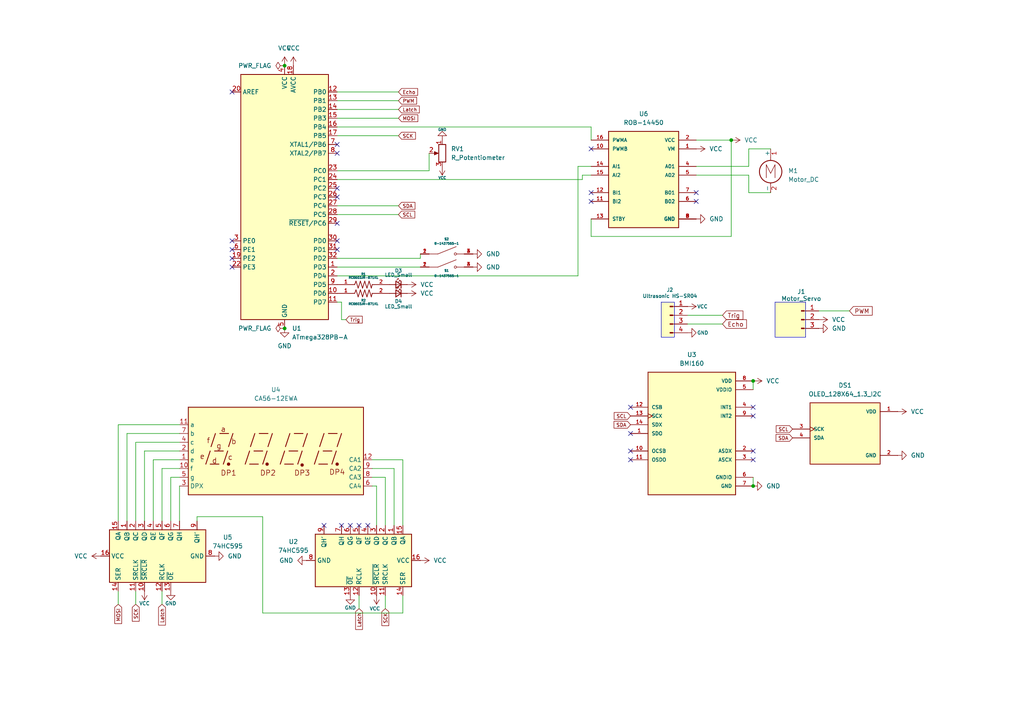
<source format=kicad_sch>
(kicad_sch (version 20250114) (generator "eeschema") (generator_version "9.0")
  (paper "A4")
  (lib_symbols
    (symbol "74xx:74HC595"
      (property "Reference" "U" (at -7.62 13.97 0))
      (property "Value" "74HC595" (at -7.62 -16.51 0))
      (symbol "74HC595_1_0"
        (pin input line (at -10.16 10.16 0) (length 2.54) (name "SER") (number "14"))
        (pin input line (at -10.16 5.08 0) (length 2.54) (name "SRCLK") (number "11"))
        (pin input line (at -10.16 2.54 0) (length 2.54) (name "~{SRCLR}") (number "10"))
        (pin input line (at -10.16 -2.54 0) (length 2.54) (name "RCLK") (number "12"))
        (pin input line (at -10.16 -5.08 0) (length 2.54) (name "~{OE}") (number "13"))
        (pin power_in line (at 0 15.24 270) (length 2.54) (name "VCC") (number "16"))
        (pin power_in line (at 0 -17.78 90) (length 2.54) (name "GND") (number "8"))
        (pin tri_state line (at 10.16 10.16 180) (length 2.54) (name "QA") (number "15"))
        (pin tri_state line (at 10.16 7.62 180) (length 2.54) (name "QB") (number "1"))
        (pin tri_state line (at 10.16 5.08 180) (length 2.54) (name "QC") (number "2"))
        (pin tri_state line (at 10.16 2.54 180) (length 2.54) (name "QD") (number "3"))
        (pin tri_state line (at 10.16 0 180) (length 2.54) (name "QE") (number "4"))
        (pin tri_state line (at 10.16 -2.54 180) (length 2.54) (name "QF") (number "5"))
        (pin tri_state line (at 10.16 -5.08 180) (length 2.54) (name "QG") (number "6"))
        (pin tri_state line (at 10.16 -7.62 180) (length 2.54) (name "QH") (number "7"))
        (pin output line (at 10.16 -12.7 180) (length 2.54) (name "QH'") (number "9"))
      )
      (symbol "74HC595_1_1"
        (rectangle (start -7.62 12.7) (end 7.62 -15.24) (stroke (width 0.254)) (fill (type background)))
      )
    )
    (symbol "8-1437565-1:8-1437565-1" (pin_names (offset 1.016))
      (property "Reference" "S" (at -2.54 2.54 0))
      (property "Value" "8-1437565-1" (at -2.54 -2.54 0))
      (symbol "8-1437565-1_0_0"
        (polyline (pts (xy -2.54 0) (xy -5.08 0)) (stroke (width 0.1524)))
        (polyline (pts (xy -2.54 0) (xy 2.794 2.1336)) (stroke (width 0.1524)))
        (circle (center 2.54 0) (radius 0.3302) (stroke (width 0.1524)))
        (polyline (pts (xy 5.08 0) (xy 2.921 0)) (stroke (width 0.1524)))
        (pin passive line (at -7.62 0 0) (length 2.54) (name "~") (number "1"))
        (pin passive line (at -7.62 0 0) (length 2.54) (name "~") (number "2"))
        (pin passive line (at 7.62 0 180) (length 2.54) (name "~") (number "3"))
        (pin passive line (at 7.62 0 180) (length 2.54) (name "~") (number "4"))
      )
    )
    (symbol "BMI160:BMI160" (pin_names (offset 1.016))
      (property "Reference" "U" (at -12.7 18.415 0))
      (property "Value" "BMI160" (at -12.7 -20.32 0))
      (symbol "BMI160_0_0"
        (rectangle (start -12.7 -17.78) (end 12.7 17.78) (stroke (width 0.254)) (fill (type background)))
        (pin input line (at -17.78 7.62 0) (length 5.08) (name "CSB") (number "12"))
        (pin input clock (at -17.78 5.08 0) (length 5.08) (name "SCX") (number "13"))
        (pin bidirectional line (at -17.78 2.54 0) (length 5.08) (name "SDX") (number "14"))
        (pin bidirectional line (at -17.78 0 0) (length 5.08) (name "SDO") (number "1"))
        (pin input line (at -17.78 -5.08 0) (length 5.08) (name "OCSB") (number "10"))
        (pin output line (at -17.78 -7.62 0) (length 5.08) (name "OSDO") (number "11"))
        (pin power_in line (at 17.78 15.24 180) (length 5.08) (name "VDD") (number "8"))
        (pin power_in line (at 17.78 12.7 180) (length 5.08) (name "VDDIO") (number "5"))
        (pin bidirectional line (at 17.78 7.62 180) (length 5.08) (name "INT1") (number "4"))
        (pin bidirectional line (at 17.78 5.08 180) (length 5.08) (name "INT2") (number "9"))
        (pin bidirectional line (at 17.78 -5.08 180) (length 5.08) (name "ASDX") (number "2"))
        (pin bidirectional line (at 17.78 -7.62 180) (length 5.08) (name "ASCX") (number "3"))
        (pin power_in line (at 17.78 -12.7 180) (length 5.08) (name "GNDIO") (number "6"))
        (pin power_in line (at 17.78 -15.24 180) (length 5.08) (name "GND") (number "7"))
      )
    )
    (symbol "Connector:Conn_01x03_Pin" (pin_names (offset 1.016) (hide yes))
      (property "Reference" "J" (at 0 5.08 0))
      (property "Value" "Conn_01x03_Pin" (at 0 -5.08 0))
      (symbol "Conn_01x03_Pin_1_1"
        (rectangle (start 0.8636 2.667) (end 0 2.413) (stroke (width 0.1524)) (fill (type outline)))
        (rectangle (start 0.8636 0.127) (end 0 -0.127) (stroke (width 0.1524)) (fill (type outline)))
        (rectangle (start 0.8636 -2.413) (end 0 -2.667) (stroke (width 0.1524)) (fill (type outline)))
        (polyline (pts (xy 1.27 2.54) (xy 0.8636 2.54)) (stroke (width 0.1524)))
        (polyline (pts (xy 1.27 0) (xy 0.8636 0)) (stroke (width 0.1524)))
        (polyline (pts (xy 1.27 -2.54) (xy 0.8636 -2.54)) (stroke (width 0.1524)))
        (pin passive line (at 5.08 2.54 180) (length 3.81) (name "Pin_1") (number "1"))
        (pin passive line (at 5.08 0 180) (length 3.81) (name "Pin_2") (number "2"))
        (pin passive line (at 5.08 -2.54 180) (length 3.81) (name "Pin_3") (number "3"))
      )
    )
    (symbol "Connector:Conn_01x04_Pin" (pin_names (offset 1.016) (hide yes))
      (property "Reference" "J" (at 0 5.08 0))
      (property "Value" "Conn_01x04_Pin" (at 0 -7.62 0))
      (symbol "Conn_01x04_Pin_1_1"
        (rectangle (start 0.8636 2.667) (end 0 2.413) (stroke (width 0.1524)) (fill (type outline)))
        (rectangle (start 0.8636 0.127) (end 0 -0.127) (stroke (width 0.1524)) (fill (type outline)))
        (rectangle (start 0.8636 -2.413) (end 0 -2.667) (stroke (width 0.1524)) (fill (type outline)))
        (rectangle (start 0.8636 -4.953) (end 0 -5.207) (stroke (width 0.1524)) (fill (type outline)))
        (polyline (pts (xy 1.27 2.54) (xy 0.8636 2.54)) (stroke (width 0.1524)))
        (polyline (pts (xy 1.27 0) (xy 0.8636 0)) (stroke (width 0.1524)))
        (polyline (pts (xy 1.27 -2.54) (xy 0.8636 -2.54)) (stroke (width 0.1524)))
        (polyline (pts (xy 1.27 -5.08) (xy 0.8636 -5.08)) (stroke (width 0.1524)))
        (pin passive line (at 5.08 2.54 180) (length 3.81) (name "Pin_1") (number "1"))
        (pin passive line (at 5.08 0 180) (length 3.81) (name "Pin_2") (number "2"))
        (pin passive line (at 5.08 -2.54 180) (length 3.81) (name "Pin_3") (number "3"))
        (pin passive line (at 5.08 -5.08 180) (length 3.81) (name "Pin_4") (number "4"))
      )
    )
    (symbol "Device:LED_Small" (pin_numbers (hide yes)) (pin_names (offset 0.254) (hide yes))
      (property "Reference" "D" (at -1.27 3.175 0))
      (property "Value" "LED_Small" (at -4.445 -2.54 0))
      (symbol "LED_Small_0_1"
        (polyline (pts (xy -0.762 -1.016) (xy -0.762 1.016)) (stroke (width 0.254)))
        (polyline (pts (xy 0 0.762) (xy -0.508 1.27) (xy -0.254 1.27) (xy -0.508 1.27) (xy -0.508 1.016)))
        (polyline (pts (xy 0.508 1.27) (xy 0 1.778) (xy 0.254 1.778) (xy 0 1.778) (xy 0 1.524)))
        (polyline (pts (xy 0.762 -1.016) (xy -0.762 0) (xy 0.762 1.016) (xy 0.762 -1.016)) (stroke (width 0.254)))
        (polyline (pts (xy 1.016 0) (xy -0.762 0)))
      )
      (symbol "LED_Small_1_1"
        (pin passive line (at -2.54 0 0) (length 1.778) (name "K") (number "1"))
        (pin passive line (at 2.54 0 180) (length 1.778) (name "A") (number "2"))
      )
    )
    (symbol "Device:R_Potentiometer" (pin_names (offset 1.016) (hide yes))
      (property "Reference" "RV" (at -4.445 0 90))
      (property "Value" "R_Potentiometer" (at -2.54 0 90))
      (symbol "R_Potentiometer_0_1"
        (rectangle (start 1.016 2.54) (end -1.016 -2.54) (stroke (width 0.254)))
        (polyline (pts (xy 1.143 0) (xy 2.286 0.508) (xy 2.286 -0.508) (xy 1.143 0)) (fill (type outline)))
        (polyline (pts (xy 2.54 0) (xy 1.524 0)))
      )
      (symbol "R_Potentiometer_1_1"
        (pin passive line (at 0 3.81 270) (length 1.27) (name "1") (number "1"))
        (pin passive line (at 0 -3.81 90) (length 1.27) (name "3") (number "3"))
        (pin passive line (at 3.81 0 180) (length 1.27) (name "2") (number "2"))
      )
    )
    (symbol "Display_Character:CA56-12EWA"
      (property "Reference" "U" (at -24.13 13.97 0))
      (property "Value" "CA56-12EWA" (at 19.05 13.97 0))
      (symbol "CA56-12EWA_0_0"
        (rectangle (start -25.4 12.7) (end 25.4 -12.7) (stroke (width 0.254)) (fill (type background)))
        (polyline (pts (xy -20.32 -3.81) (xy -19.05 0)) (stroke (width 0.254)))
        (polyline (pts (xy -19.05 -3.81) (xy -16.51 -3.81)) (stroke (width 0.254)))
        (polyline (pts (xy -18.796 1.27) (xy -17.526 5.08)) (stroke (width 0.254)))
        (polyline (pts (xy -17.78 0) (xy -15.24 0)) (stroke (width 0.254)))
        (polyline (pts (xy -16.256 5.08) (xy -13.716 5.08)) (stroke (width 0.254)))
        (polyline (pts (xy -15.24 -3.81) (xy -13.97 0)) (stroke (width 0.254)))
        (polyline (pts (xy -13.716 1.27) (xy -12.446 5.08)) (stroke (width 0.254)))
        (polyline (pts (xy -8.89 -3.81) (xy -7.62 0)) (stroke (width 0.254)))
        (polyline (pts (xy -7.62 -3.81) (xy -5.08 -3.81)) (stroke (width 0.254)))
        (polyline (pts (xy -7.366 1.27) (xy -6.096 5.08)) (stroke (width 0.254)))
        (polyline (pts (xy -6.35 0) (xy -3.81 0)) (stroke (width 0.254)))
        (polyline (pts (xy -4.826 5.08) (xy -2.286 5.08)) (stroke (width 0.254)))
        (polyline (pts (xy -3.81 -3.81) (xy -2.54 0)) (stroke (width 0.254)))
        (polyline (pts (xy -2.286 1.27) (xy -1.016 5.08)) (stroke (width 0.254)))
        (polyline (pts (xy 1.27 -3.81) (xy 2.54 0)) (stroke (width 0.254)))
        (polyline (pts (xy 2.54 -3.81) (xy 5.08 -3.81)) (stroke (width 0.254)))
        (polyline (pts (xy 2.794 1.27) (xy 4.064 5.08)) (stroke (width 0.254)))
        (polyline (pts (xy 3.81 0) (xy 6.35 0)) (stroke (width 0.254)))
        (polyline (pts (xy 5.334 5.08) (xy 7.874 5.08)) (stroke (width 0.254)))
        (polyline (pts (xy 6.35 -3.81) (xy 7.62 0)) (stroke (width 0.254)))
        (polyline (pts (xy 7.874 1.27) (xy 9.144 5.08)) (stroke (width 0.254)))
        (polyline (pts (xy 11.176 -3.81) (xy 12.446 0)) (stroke (width 0.254)))
        (polyline (pts (xy 12.446 -3.81) (xy 14.986 -3.81)) (stroke (width 0.254)))
        (polyline (pts (xy 12.7 1.27) (xy 13.97 5.08)) (stroke (width 0.254)))
        (polyline (pts (xy 13.716 0) (xy 16.256 0)) (stroke (width 0.254)))
        (polyline (pts (xy 15.24 5.08) (xy 17.78 5.08)) (stroke (width 0.254)))
        (polyline (pts (xy 16.256 -3.81) (xy 17.526 0)) (stroke (width 0.254)))
        (polyline (pts (xy 17.78 1.27) (xy 19.05 5.08)) (stroke (width 0.254)))
        (text "e" (at -21.336 -1.524 0) (effects (font (size 1.524 1.524))))
        (text "f" (at -19.558 3.048 0) (effects (font (size 1.524 1.524))))
        (text "d" (at -17.78 -2.794 0) (effects (font (size 1.524 1.524))))
        (text "g" (at -16.51 1.524 0) (effects (font (size 1.524 1.524))))
        (text "a" (at -15.24 6.35 0) (effects (font (size 1.524 1.524))))
        (text "DP1" (at -13.716 -6.35 0) (effects (font (size 1.524 1.524))))
        (text "c" (at -13.208 -1.778 0) (effects (font (size 1.524 1.524))))
        (text "b" (at -12.192 2.794 0) (effects (font (size 1.524 1.524))))
        (text "DP2" (at -2.286 -6.35 0) (effects (font (size 1.524 1.524))))
        (text "DP3" (at 7.62 -6.35 0) (effects (font (size 1.524 1.524))))
        (text "DP4" (at 17.78 -6.096 0) (effects (font (size 1.524 1.524))))
      )
      (symbol "CA56-12EWA_0_1"
        (circle (center -13.716 -3.81) (radius 0.3556) (stroke (width 0.254)) (fill (type outline)))
        (circle (center -2.54 -3.81) (radius 0.3556) (stroke (width 0.254)) (fill (type outline)))
      )
      (symbol "CA56-12EWA_1_0"
        (circle (center 7.62 -4.064) (radius 0.3556) (stroke (width 0.254)) (fill (type outline)))
        (circle (center 17.78 -3.81) (radius 0.3556) (stroke (width 0.254)) (fill (type outline)))
      )
      (symbol "CA56-12EWA_1_1"
        (pin input line (at -27.94 7.62 0) (length 2.54) (name "a") (number "11"))
        (pin input line (at -27.94 5.08 0) (length 2.54) (name "b") (number "7"))
        (pin input line (at -27.94 2.54 0) (length 2.54) (name "c") (number "4"))
        (pin input line (at -27.94 0 0) (length 2.54) (name "d") (number "2"))
        (pin input line (at -27.94 -2.54 0) (length 2.54) (name "e") (number "1"))
        (pin input line (at -27.94 -5.08 0) (length 2.54) (name "f") (number "10"))
        (pin input line (at -27.94 -7.62 0) (length 2.54) (name "g") (number "5"))
        (pin input line (at -27.94 -10.16 0) (length 2.54) (name "DPX") (number "3"))
        (pin input line (at 27.94 -2.54 180) (length 2.54) (name "CA1") (number "12"))
        (pin input line (at 27.94 -5.08 180) (length 2.54) (name "CA2") (number "9"))
        (pin input line (at 27.94 -7.62 180) (length 2.54) (name "CA3") (number "8"))
        (pin input line (at 27.94 -10.16 180) (length 2.54) (name "CA4") (number "6"))
      )
    )
    (symbol "MCU_Microchip_ATmega:ATmega328PB-A"
      (property "Reference" "U" (at -12.7 36.83 0))
      (property "Value" "ATmega328PB-A" (at 2.54 -36.83 0))
      (symbol "ATmega328PB-A_0_1"
        (rectangle (start -12.7 -35.56) (end 12.7 35.56) (stroke (width 0.254)) (fill (type background)))
      )
      (symbol "ATmega328PB-A_1_1"
        (pin passive line (at -15.24 30.48 0) (length 2.54) (name "AREF") (number "20"))
        (pin bidirectional line (at -15.24 -12.7 0) (length 2.54) (name "PE0") (number "3"))
        (pin bidirectional line (at -15.24 -15.24 0) (length 2.54) (name "PE1") (number "6"))
        (pin bidirectional line (at -15.24 -17.78 0) (length 2.54) (name "PE2") (number "19"))
        (pin bidirectional line (at -15.24 -20.32 0) (length 2.54) (name "PE3") (number "22"))
        (pin power_in line (at 0 38.1 270) (length 2.54) (name "VCC") (number "4"))
        (pin passive line (at 0 -38.1 90) (length 2.54) (hide yes) (name "GND") (number "21"))
        (pin power_in line (at 0 -38.1 90) (length 2.54) (name "GND") (number "5"))
        (pin power_in line (at 2.54 38.1 270) (length 2.54) (name "AVCC") (number "18"))
        (pin bidirectional line (at 15.24 30.48 180) (length 2.54) (name "PB0") (number "12"))
        (pin bidirectional line (at 15.24 27.94 180) (length 2.54) (name "PB1") (number "13"))
        (pin bidirectional line (at 15.24 25.4 180) (length 2.54) (name "PB2") (number "14"))
        (pin bidirectional line (at 15.24 22.86 180) (length 2.54) (name "PB3") (number "15"))
        (pin bidirectional line (at 15.24 20.32 180) (length 2.54) (name "PB4") (number "16"))
        (pin bidirectional line (at 15.24 17.78 180) (length 2.54) (name "PB5") (number "17"))
        (pin bidirectional line (at 15.24 15.24 180) (length 2.54) (name "XTAL1/PB6") (number "7"))
        (pin bidirectional line (at 15.24 12.7 180) (length 2.54) (name "XTAL2/PB7") (number "8"))
        (pin bidirectional line (at 15.24 7.62 180) (length 2.54) (name "PC0") (number "23"))
        (pin bidirectional line (at 15.24 5.08 180) (length 2.54) (name "PC1") (number "24"))
        (pin bidirectional line (at 15.24 2.54 180) (length 2.54) (name "PC2") (number "25"))
        (pin bidirectional line (at 15.24 0 180) (length 2.54) (name "PC3") (number "26"))
        (pin bidirectional line (at 15.24 -2.54 180) (length 2.54) (name "PC4") (number "27"))
        (pin bidirectional line (at 15.24 -5.08 180) (length 2.54) (name "PC5") (number "28"))
        (pin bidirectional line (at 15.24 -7.62 180) (length 2.54) (name "~{RESET}/PC6") (number "29"))
        (pin bidirectional line (at 15.24 -12.7 180) (length 2.54) (name "PD0") (number "30"))
        (pin bidirectional line (at 15.24 -15.24 180) (length 2.54) (name "PD1") (number "31"))
        (pin bidirectional line (at 15.24 -17.78 180) (length 2.54) (name "PD2") (number "32"))
        (pin bidirectional line (at 15.24 -20.32 180) (length 2.54) (name "PD3") (number "1"))
        (pin bidirectional line (at 15.24 -22.86 180) (length 2.54) (name "PD4") (number "2"))
        (pin bidirectional line (at 15.24 -25.4 180) (length 2.54) (name "PD5") (number "9"))
        (pin bidirectional line (at 15.24 -27.94 180) (length 2.54) (name "PD6") (number "10"))
        (pin bidirectional line (at 15.24 -30.48 180) (length 2.54) (name "PD7") (number "11"))
      )
    )
    (symbol "Motor:Motor_DC" (pin_names (offset 0))
      (property "Reference" "M" (at 2.54 2.54 0))
      (property "Value" "Motor_DC" (at 2.54 -5.08 0))
      (symbol "Motor_DC_0_0"
        (polyline (pts (xy -1.27 -3.302) (xy -1.27 0.508) (xy 0 -2.032) (xy 1.27 0.508) (xy 1.27 -3.302)))
      )
      (symbol "Motor_DC_0_1"
        (polyline (pts (xy 0 2.032) (xy 0 2.54)))
        (polyline (pts (xy 0 1.7272) (xy 0 2.0828)))
        (circle (center 0 -1.524) (radius 3.2512) (stroke (width 0.254)))
        (polyline (pts (xy 0 -4.7752) (xy 0 -5.1816)))
        (polyline (pts (xy 0 -7.62) (xy 0 -7.112)))
      )
      (symbol "Motor_DC_1_1"
        (pin passive line (at 0 5.08 270) (length 2.54) (name "+") (number "1"))
        (pin passive line (at 0 -7.62 90) (length 2.54) (name "-") (number "2"))
      )
    )
    (symbol "OLED_128X64_1.3_I2C:OLED_128X64_1.3_I2C" (pin_names (offset 1.016))
      (property "Reference" "DS" (at -10.16 10.922 0))
      (property "Value" "OLED_128X64_1.3_I2C" (at -10.16 -10.16 0))
      (symbol "OLED_128X64_1.3_I2C_0_0"
        (rectangle (start -10.16 -7.62) (end 10.16 10.16) (stroke (width 0.254)) (fill (type background)))
        (pin input clock (at -15.24 2.54 0) (length 5.08) (name "SCK") (number "3"))
        (pin bidirectional line (at -15.24 0 0) (length 5.08) (name "SDA") (number "4"))
        (pin power_in line (at 15.24 7.62 180) (length 5.08) (name "VDD") (number "1"))
        (pin power_in line (at 15.24 -5.08 180) (length 5.08) (name "GND") (number "2"))
      )
    )
    (symbol "RC0603JR-071KL:RC0603JR-071KL" (pin_names (offset 1.016))
      (property "Reference" "R" (at -3.81 1.4986 0))
      (property "Value" "RC0603JR-071KL" (at -3.81 -3.302 0))
      (symbol "RC0603JR-071KL_0_0"
        (polyline (pts (xy -2.54 0) (xy -2.159 1.016)) (stroke (width 0.2032)))
        (polyline (pts (xy -2.159 1.016) (xy -1.524 -1.016)) (stroke (width 0.2032)))
        (polyline (pts (xy -1.524 -1.016) (xy -0.889 1.016)) (stroke (width 0.2032)))
        (polyline (pts (xy -0.889 1.016) (xy -0.254 -1.016)) (stroke (width 0.2032)))
        (polyline (pts (xy -0.254 -1.016) (xy 0.381 1.016)) (stroke (width 0.2032)))
        (polyline (pts (xy 0.381 1.016) (xy 1.016 -1.016)) (stroke (width 0.2032)))
        (polyline (pts (xy 1.016 -1.016) (xy 1.651 1.016)) (stroke (width 0.2032)))
        (polyline (pts (xy 1.651 1.016) (xy 2.286 -1.016)) (stroke (width 0.2032)))
        (polyline (pts (xy 2.286 -1.016) (xy 2.54 0)) (stroke (width 0.2032)))
        (pin passive line (at -7.62 0 0) (length 5.08) (name "~") (number "1"))
        (pin passive line (at 7.62 0 180) (length 5.08) (name "~") (number "2"))
      )
    )
    (symbol "ROB-14450:ROB-14450" (pin_names (offset 1.016))
      (property "Reference" "U" (at -10.16 16.002 0))
      (property "Value" "ROB-14450" (at -10.16 -15.24 0))
      (symbol "ROB-14450_0_0"
        (rectangle (start -10.16 -12.7) (end 10.16 15.24) (stroke (width 0.254)) (fill (type background)))
        (pin input line (at -15.24 12.7 0) (length 5.08) (name "PWMA") (number "16"))
        (pin input line (at -15.24 10.16 0) (length 5.08) (name "PWMB") (number "10"))
        (pin input line (at -15.24 5.08 0) (length 5.08) (name "AI1") (number "14"))
        (pin input line (at -15.24 2.54 0) (length 5.08) (name "AI2") (number "15"))
        (pin input line (at -15.24 -2.54 0) (length 5.08) (name "BI1") (number "12"))
        (pin input line (at -15.24 -5.08 0) (length 5.08) (name "BI2") (number "11"))
        (pin input line (at -15.24 -10.16 0) (length 5.08) (name "STBY") (number "13"))
        (pin power_in line (at 15.24 12.7 180) (length 5.08) (name "VCC") (number "2"))
        (pin power_in line (at 15.24 10.16 180) (length 5.08) (name "VM") (number "1"))
        (pin output line (at 15.24 5.08 180) (length 5.08) (name "A01") (number "4"))
        (pin output line (at 15.24 2.54 180) (length 5.08) (name "A02") (number "5"))
        (pin output line (at 15.24 -2.54 180) (length 5.08) (name "B01") (number "7"))
        (pin output line (at 15.24 -5.08 180) (length 5.08) (name "B02") (number "6"))
        (pin power_in line (at 15.24 -10.16 180) (length 5.08) (name "GND") (number "3"))
        (pin power_in line (at 15.24 -10.16 180) (length 5.08) (name "GND") (number "8"))
        (pin power_in line (at 15.24 -10.16 180) (length 5.08) (name "GND") (number "9"))
      )
    )
    (symbol "power:GND" (power) (pin_numbers (hide yes)) (pin_names (offset 0) (hide yes))
      (property "Value" "GND" (at 0 -3.81 0))
      (symbol "GND_0_1"
        (polyline (pts (xy 0 0) (xy 0 -1.27) (xy 1.27 -1.27) (xy 0 -2.54) (xy -1.27 -1.27) (xy 0 -1.27)))
      )
      (symbol "GND_1_1"
        (pin power_in line (at 0 0 270) (length 0) (name "~") (number "1"))
      )
    )
    (symbol "power:PWR_FLAG" (power) (pin_numbers (hide yes)) (pin_names (offset 0) (hide yes))
      (property "Value" "PWR_FLAG" (at 0 3.81 0))
      (symbol "PWR_FLAG_0_0"
        (pin power_out line (at 0 0 90) (length 0) (name "~") (number "1"))
      )
      (symbol "PWR_FLAG_0_1"
        (polyline (pts (xy 0 0) (xy 0 1.27) (xy -1.016 1.905) (xy 0 2.54) (xy 1.016 1.905) (xy 0 1.27)))
      )
    )
    (symbol "power:VCC" (power) (pin_numbers (hide yes)) (pin_names (offset 0) (hide yes))
      (property "Value" "VCC" (at 0 3.556 0))
      (symbol "VCC_0_1"
        (polyline (pts (xy -0.762 1.27) (xy 0 2.54)))
        (polyline (pts (xy 0 2.54) (xy 0.762 1.27)))
        (polyline (pts (xy 0 0) (xy 0 2.54)))
      )
      (symbol "VCC_1_1"
        (pin power_in line (at 0 0 90) (length 0) (name "~") (number "1"))
      )
    )
  )
  (rectangle (start 191.77 87.63) (end 195.58 97.79) (fill (type color) (color 255 255 194 1)))
  (rectangle (start 233.68 87.63) (end 224.79 97.79) (fill (type color) (color 255 255 194 1)))
  (junction (at 218.44 110.49))
  (junction (at 82.55 19.05))
  (junction (at 218.44 140.97))
  (junction (at 212.09 40.64))
  (junction (at 82.55 95.25))
  (no_connect (at 97.79 44.45))
  (no_connect (at 97.79 72.39))
  (no_connect (at 67.31 77.47))
  (no_connect (at 97.79 54.61))
  (no_connect (at 171.45 58.42))
  (no_connect (at 182.88 125.73))
  (no_connect (at 218.44 133.35))
  (no_connect (at 218.44 118.11))
  (no_connect (at 67.31 26.67))
  (no_connect (at 97.79 69.85))
  (no_connect (at 93.98 152.4))
  (no_connect (at 104.14 152.4))
  (no_connect (at 99.06 152.4))
  (no_connect (at 101.6 152.4))
  (no_connect (at 201.93 58.42))
  (no_connect (at 218.44 120.65))
  (no_connect (at 182.88 118.11))
  (no_connect (at 182.88 133.35))
  (no_connect (at 67.31 74.93))
  (no_connect (at 201.93 55.88))
  (no_connect (at 106.68 152.4))
  (no_connect (at 218.44 130.81))
  (no_connect (at 97.79 41.91))
  (no_connect (at 67.31 69.85))
  (no_connect (at 171.45 43.18))
  (no_connect (at 97.79 57.15))
  (no_connect (at 171.45 55.88))
  (no_connect (at 182.88 130.81))
  (no_connect (at 97.79 64.77))
  (no_connect (at 67.31 72.39))
  (wire (pts (xy 171.45 63.5) (xy 171.45 68.58)))
  (wire (pts (xy 115.57 29.21) (xy 97.79 29.21)))
  (wire (pts (xy 168.91 52.07) (xy 168.91 50.8)))
  (wire (pts (xy 39.37 128.27) (xy 39.37 151.13)))
  (wire (pts (xy 217.17 50.8) (xy 201.93 50.8)))
  (wire (pts (xy 97.79 26.67) (xy 115.57 26.67)))
  (wire (pts (xy 97.79 39.37) (xy 115.57 39.37)))
  (wire (pts (xy 97.79 52.07) (xy 168.91 52.07)))
  (wire (pts (xy 111.76 172.72) (xy 111.76 176.53)))
  (wire (pts (xy 52.07 135.89) (xy 46.99 135.89)))
  (wire (pts (xy 199.39 91.44) (xy 209.55 91.44)))
  (wire (pts (xy 34.29 171.45) (xy 34.29 175.26)))
  (wire (pts (xy 121.92 74.93) (xy 97.79 74.93)))
  (wire (pts (xy 218.44 113.03) (xy 218.44 110.49)))
  (wire (pts (xy 76.2 149.86) (xy 76.2 177.8)))
  (wire (pts (xy 52.07 123.19) (xy 34.29 123.19)))
  (wire (pts (xy 107.95 138.43) (xy 111.76 138.43)))
  (wire (pts (xy 52.07 128.27) (xy 39.37 128.27)))
  (wire (pts (xy 168.91 50.8) (xy 171.45 50.8)))
  (wire (pts (xy 57.15 151.13) (xy 57.15 149.86)))
  (wire (pts (xy 97.79 80.01) (xy 167.64 80.01)))
  (wire (pts (xy 121.92 73.66) (xy 121.92 74.93)))
  (wire (pts (xy 46.99 171.45) (xy 46.99 175.26)))
  (wire (pts (xy 104.14 172.72) (xy 104.14 176.53)))
  (wire (pts (xy 171.45 36.83) (xy 171.45 40.64)))
  (wire (pts (xy 52.07 130.81) (xy 41.91 130.81)))
  (wire (pts (xy 109.22 140.97) (xy 109.22 152.4)))
  (wire (pts (xy 217.17 55.88) (xy 217.17 50.8)))
  (wire (pts (xy 34.29 123.19) (xy 34.29 151.13)))
  (wire (pts (xy 44.45 133.35) (xy 44.45 151.13)))
  (wire (pts (xy 52.07 138.43) (xy 49.53 138.43)))
  (wire (pts (xy 97.79 36.83) (xy 171.45 36.83)))
  (wire (pts (xy 171.45 68.58) (xy 212.09 68.58)))
  (wire (pts (xy 52.07 140.97) (xy 52.07 151.13)))
  (wire (pts (xy 99.06 87.63) (xy 97.79 87.63)))
  (wire (pts (xy 201.93 40.64) (xy 212.09 40.64)))
  (wire (pts (xy 41.91 130.81) (xy 41.91 151.13)))
  (wire (pts (xy 39.37 171.45) (xy 39.37 175.26)))
  (wire (pts (xy 36.83 125.73) (xy 36.83 151.13)))
  (wire (pts (xy 107.95 140.97) (xy 109.22 140.97)))
  (wire (pts (xy 217.17 43.18) (xy 217.17 48.26)))
  (wire (pts (xy 116.84 133.35) (xy 116.84 152.4)))
  (wire (pts (xy 49.53 138.43) (xy 49.53 151.13)))
  (wire (pts (xy 167.64 80.01) (xy 167.64 48.26)))
  (wire (pts (xy 97.79 49.53) (xy 124.46 49.53)))
  (wire (pts (xy 114.3 135.89) (xy 114.3 152.4)))
  (wire (pts (xy 97.79 34.29) (xy 115.57 34.29)))
  (wire (pts (xy 223.52 43.18) (xy 217.17 43.18)))
  (wire (pts (xy 199.39 93.98) (xy 209.55 93.98)))
  (wire (pts (xy 107.95 135.89) (xy 114.3 135.89)))
  (wire (pts (xy 46.99 135.89) (xy 46.99 151.13)))
  (wire (pts (xy 57.15 149.86) (xy 76.2 149.86)))
  (wire (pts (xy 97.79 62.23) (xy 115.57 62.23)))
  (wire (pts (xy 217.17 48.26) (xy 201.93 48.26)))
  (wire (pts (xy 99.06 92.71) (xy 99.06 87.63)))
  (wire (pts (xy 107.95 133.35) (xy 116.84 133.35)))
  (wire (pts (xy 167.64 48.26) (xy 171.45 48.26)))
  (wire (pts (xy 97.79 59.69) (xy 115.57 59.69)))
  (wire (pts (xy 246.38 90.17) (xy 237.49 90.17)))
  (wire (pts (xy 218.44 140.97) (xy 218.44 138.43)))
  (wire (pts (xy 52.07 133.35) (xy 44.45 133.35)))
  (wire (pts (xy 76.2 177.8) (xy 116.84 177.8)))
  (wire (pts (xy 52.07 125.73) (xy 36.83 125.73)))
  (wire (pts (xy 223.52 55.88) (xy 217.17 55.88)))
  (wire (pts (xy 212.09 40.64) (xy 212.09 68.58)))
  (wire (pts (xy 97.79 31.75) (xy 115.57 31.75)))
  (wire (pts (xy 97.79 77.47) (xy 121.92 77.47)))
  (wire (pts (xy 124.46 49.53) (xy 124.46 44.45)))
  (wire (pts (xy 111.76 138.43) (xy 111.76 152.4)))
  (wire (pts (xy 100.33 92.71) (xy 99.06 92.71)))
  (wire (pts (xy 116.84 177.8) (xy 116.84 172.72)))
  (global_label "SCL" (shape input) (at 229.87 124.46 180) (effects (font (size 1.016 1.016))) (property "Intersheetrefs" "${INTERSHEET_REFS}" (effects (hide yes))))
  (global_label "MOSI" (shape input) (at 34.29 175.26 270) (effects (font (size 1.016 1.016))) (property "Intersheetrefs" "${INTERSHEET_REFS}" (effects (hide yes))))
  (global_label "MOSI" (shape input) (at 115.57 34.29 0) (effects (font (size 1.016 1.016))) (property "Intersheetrefs" "${INTERSHEET_REFS}" (effects (hide yes))))
  (global_label "Latch" (shape input) (at 115.57 31.75 0) (effects (font (size 1.016 1.016))) (property "Intersheetrefs" "${INTERSHEET_REFS}" (effects (hide yes))))
  (global_label "Latch" (shape input) (at 46.99 175.26 270) (effects (font (size 1.016 1.016))) (property "Intersheetrefs" "${INTERSHEET_REFS}" (effects (hide yes))))
  (global_label "SDA" (shape input) (at 182.88 123.19 180) (effects (font (size 1.016 1.016))) (property "Intersheetrefs" "${INTERSHEET_REFS}" (effects (hide yes))))
  (global_label "SCK" (shape input) (at 39.37 175.26 270) (effects (font (size 1.016 1.016))) (property "Intersheetrefs" "${INTERSHEET_REFS}" (effects (hide yes))))
  (global_label "PWM" (shape input) (at 246.38 90.17 0) (property "Intersheetrefs" "${INTERSHEET_REFS}" (effects (hide yes))))
  (global_label "Echo" (shape input) (at 115.57 26.67 0) (effects (font (size 1.016 1.016))) (property "Intersheetrefs" "${INTERSHEET_REFS}" (effects (hide yes))))
  (global_label "SCL" (shape input) (at 182.88 120.65 180) (effects (font (size 1.016 1.016))) (property "Intersheetrefs" "${INTERSHEET_REFS}" (effects (hide yes))))
  (global_label "SDA" (shape input) (at 115.57 59.69 0) (effects (font (size 1.016 1.016))) (property "Intersheetrefs" "${INTERSHEET_REFS}" (effects (hide yes))))
  (global_label "Latch" (shape input) (at 104.14 176.53 270) (effects (font (size 1.016 1.016))) (property "Intersheetrefs" "${INTERSHEET_REFS}" (effects (hide yes))))
  (global_label "Trig" (shape input) (at 100.33 92.71 0) (effects (font (size 1.016 1.016))) (property "Intersheetrefs" "${INTERSHEET_REFS}" (effects (hide yes))))
  (global_label "SCK" (shape input) (at 111.76 176.53 270) (effects (font (size 1.016 1.016))) (property "Intersheetrefs" "${INTERSHEET_REFS}" (effects (hide yes))))
  (global_label "SCK" (shape input) (at 115.57 39.37 0) (effects (font (size 1.016 1.016))) (property "Intersheetrefs" "${INTERSHEET_REFS}" (effects (hide yes))))
  (global_label "SDA" (shape input) (at 229.87 127 180) (effects (font (size 1.016 1.016))) (property "Intersheetrefs" "${INTERSHEET_REFS}" (effects (hide yes))))
  (global_label "SCL" (shape input) (at 115.57 62.23 0) (effects (font (size 1.016 1.016))) (property "Intersheetrefs" "${INTERSHEET_REFS}" (effects (hide yes))))
  (global_label "Echo" (shape input) (at 209.55 93.98 0) (property "Intersheetrefs" "${INTERSHEET_REFS}" (effects (hide yes))))
  (global_label "PWM" (shape input) (at 115.57 29.21 0) (effects (font (size 1.016 1.016))) (property "Intersheetrefs" "${INTERSHEET_REFS}" (effects (hide yes))))
  (global_label "Trig" (shape input) (at 209.55 91.44 0) (property "Intersheetrefs" "${INTERSHEET_REFS}" (effects (hide yes))))
  (symbol (lib_id "power:VCC") (at 41.91 171.45 0) (mirror x) (unit 1)
    (property "Reference" "#PWR05" (effects (hide yes)))
    (property "Value" "VCC" (at 41.91 175.006 0) (effects (font (size 1.016 1.016))))
    (property "Description" "Power symbol creates a global label with name \"VCC\"" (effects (hide yes)))
  )
  (symbol (lib_id "MCU_Microchip_ATmega:ATmega328PB-A") (at 82.55 57.15 0) (unit 1)
    (property "Reference" "U1" (at 84.6933 95.25 0) (effects (justify left)))
    (property "Value" "ATmega328PB-A" (at 84.6933 97.79 0) (effects (justify left)))
    (property "Footprint" "Package_QFP:TQFP-32_7x7mm_P0.8mm" (effects (hide yes)))
    (property "Datasheet" "http://ww1.microchip.com/downloads/en/DeviceDoc/40001906C.pdf" (effects (hide yes)))
    (property "Description" "20MHz, 32kB Flash, 2kB SRAM, 1kB EEPROM, TQFP-32" (effects (hide yes)))
  )
  (symbol (lib_id "power:VCC") (at 260.35 119.38 270) (unit 1)
    (property "Reference" "#PWR020" (effects (hide yes)))
    (property "Value" "VCC" (at 264.16 119.3799 90) (effects (justify left)))
    (property "Description" "Power symbol creates a global label with name \"VCC\"" (effects (hide yes)))
  )
  (symbol (lib_id "OLED_128X64_1.3_I2C:OLED_128X64_1.3_I2C") (at 245.11 127 0) (unit 1)
    (property "Reference" "DS1" (at 245.11 111.76 0))
    (property "Value" "OLED_128X64_1.3_I2C" (at 245.11 114.3 0))
    (property "Footprint" "OLED_128X64_1.3_I2C:LCD_OLED_128X64_1.3_I2C" (effects (hide yes)))
    (property "MF" "UNIVERSAL-SOLDER Electronics Ltd" (effects (hide yes)))
    (property "Description_1" "Non-Touch Graphic LCD Display Module Transmissive White OLED, Monochrome I2C 1.3 (33.02mm) 128 x 64" (effects (hide yes)))
    (property "Package" "None" (effects (hide yes)))
    (property "Price" "None" (effects (hide yes)))
    (property "Check_prices" "https://www.snapeda.com/parts/OLED%20128x64%201.3%22%20I2C/UNIVERSAL-SOLDER+Electronics+Ltd/view-part/?ref=eda" (effects (hide yes)))
    (property "STANDARD" "Manufacturer Recommendations" (effects (hide yes)))
    (property "PARTREV" "NA" (effects (hide yes)))
    (property "SnapEDA_Link" "https://www.snapeda.com/parts/OLED%20128x64%201.3%22%20I2C/UNIVERSAL-SOLDER+Electronics+Ltd/view-part/?ref=snap" (effects (hide yes)))
    (property "MP" "OLED 128x64 1.3&quot; I2C" (effects (hide yes)))
    (property "Availability" "Not in stock" (effects (hide yes)))
    (property "MANUFACTURER" "UNIVERSAL-SOLDER Electronics Ltd" (effects (hide yes)))
  )
  (symbol (lib_id "BMI160:BMI160") (at 200.66 125.73 0) (unit 1)
    (property "Reference" "U3" (at 200.66 102.87 0))
    (property "Value" "BMI160" (at 200.66 105.41 0))
    (property "Footprint" "BMI160:PQFN50P250X300X88-14N" (effects (hide yes)))
    (property "MF" "Bosch" (effects (hide yes)))
    (property "MAXIMUM_PACKAGE_HEIGHT" "0.88 mm" (effects (hide yes)))
    (property "Package" "LGA-14 Bosch" (effects (hide yes)))
    (property "Price" "None" (effects (hide yes)))
    (property "Check_prices" "https://www.snapeda.com/parts/BMI160/Bosch/view-part/?ref=eda" (effects (hide yes)))
    (property "STANDARD" "IPC 7351B" (effects (hide yes)))
    (property "PARTREV" "1.0" (effects (hide yes)))
    (property "SnapEDA_Link" "https://www.snapeda.com/parts/BMI160/Bosch/view-part/?ref=snap" (effects (hide yes)))
    (property "MP" "BMI160" (effects (hide yes)))
    (property "Description_1" "BMI160 series Accelerometer, Gyroscope, 6 Axis Sensor Evaluation Board" (effects (hide yes)))
    (property "Availability" "In Stock" (effects (hide yes)))
    (property "MANUFACTURER" "Bosch" (effects (hide yes)))
  )
  (symbol (lib_id "power:VCC") (at 199.39 88.9 270) (unit 1)
    (property "Reference" "#PWR09" (effects (hide yes)))
    (property "Value" "VCC" (at 202.184 88.9 90) (effects (font (size 1.016 1.016)) (justify left)))
    (property "Description" "Power symbol creates a global label with name \"VCC\"" (effects (hide yes)))
  )
  (symbol (lib_id "power:VCC") (at 29.21 161.29 90) (unit 1)
    (property "Reference" "#PWR04" (effects (hide yes)))
    (property "Value" "VCC" (at 25.4 161.2899 90) (effects (justify left)))
    (property "Description" "Power symbol creates a global label with name \"VCC\"" (effects (hide yes)))
  )
  (symbol (lib_id "8-1437565-1:8-1437565-1") (at 129.54 73.66 0) (unit 1)
    (property "Reference" "S2" (at 129.54 69.342 0) (effects (font (size 0.635 0.635))))
    (property "Value" "8-1437565-1" (at 129.54 70.612 0) (effects (font (size 0.635 0.635))))
    (property "Footprint" "8-1437565-1:SW_8-1437565-1" (effects (hide yes)))
    (property "Comment" "8-1437565-1" (effects (hide yes)))
    (property "MF" "TE Connectivity" (effects (hide yes)))
    (property "MAXIMUM_PACKAGE_HEIGHT" "1.50mm" (effects (hide yes)))
    (property "Package" "None" (effects (hide yes)))
    (property "Price" "None" (effects (hide yes)))
    (property "Check_prices" "https://www.snapeda.com/parts/8-1437565-1/TE+Connectivity+ALCOSWITCH+Switches/view-part/?ref=eda" (effects (hide yes)))
    (property "STANDARD" "Manufacturer Recommendations" (effects (hide yes)))
    (property "PARTREV" "H3" (effects (hide yes)))
    (property "SnapEDA_Link" "https://www.snapeda.com/parts/8-1437565-1/TE+Connectivity+ALCOSWITCH+Switches/view-part/?ref=snap" (effects (hide yes)))
    (property "MP" "8-1437565-1" (effects (hide yes)))
    (property "Description_1" "Switch Tactile OFF (ON) SPST Round Button Gull Wing 0.05A 24VDC 1.57N SMD T/R" (effects (hide yes)))
    (property "Availability" "In Stock" (effects (hide yes)))
    (property "MANUFACTURER" "TE" (effects (hide yes)))
  )
  (symbol (lib_id "power:VCC") (at 109.22 172.72 0) (mirror x) (unit 1)
    (property "Reference" "#PWR06" (effects (hide yes)))
    (property "Value" "VCC" (at 108.712 176.53 0) (effects (font (size 1.016 1.016))))
    (property "Description" "Power symbol creates a global label with name \"VCC\"" (effects (hide yes)))
  )
  (symbol (lib_id "power:PWR_FLAG") (at 82.55 95.25 90) (unit 1)
    (property "Reference" "#FLG01" (effects (hide yes)))
    (property "Value" "PWR_FLAG" (at 78.74 95.2499 90) (effects (justify left)))
    (property "Description" "Special symbol for telling ERC where power comes from" (effects (hide yes)))
  )
  (symbol (lib_id "power:GND") (at 62.23 161.29 90) (unit 1)
    (property "Reference" "#PWR01" (effects (hide yes)))
    (property "Value" "GND" (at 66.04 161.2899 90) (effects (justify right)))
    (property "Description" "Power symbol creates a global label with name \"GND\" , ground" (effects (hide yes)))
  )
  (symbol (lib_id "power:VCC") (at 118.11 82.55 270) (unit 1)
    (property "Reference" "#PWR026" (effects (hide yes)))
    (property "Value" "VCC" (at 121.92 82.5499 90) (effects (justify left)))
    (property "Description" "Power symbol creates a global label with name \"VCC\"" (effects (hide yes)))
  )
  (symbol (lib_id "power:GND") (at 260.35 132.08 90) (unit 1)
    (property "Reference" "#PWR021" (effects (hide yes)))
    (property "Value" "GND" (at 264.16 132.0799 90) (effects (justify right)))
    (property "Description" "Power symbol creates a global label with name \"GND\" , ground" (effects (hide yes)))
  )
  (symbol (lib_id "power:GND") (at 201.93 63.5 90) (unit 1)
    (property "Reference" "#PWR011" (effects (hide yes)))
    (property "Value" "GND" (at 205.74 63.4999 90) (effects (justify right)))
    (property "Description" "Power symbol creates a global label with name \"GND\" , ground" (effects (hide yes)))
  )
  (symbol (lib_id "8-1437565-1:8-1437565-1") (at 129.54 77.47 0) (unit 1)
    (property "Reference" "S1" (at 129.54 78.486 0) (effects (font (size 0.635 0.635))))
    (property "Value" "8-1437565-1" (at 129.54 80.01 0) (effects (font (size 0.635 0.635))))
    (property "Footprint" "8-1437565-1:SW_8-1437565-1" (effects (hide yes)))
    (property "Comment" "8-1437565-1" (effects (hide yes)))
    (property "MF" "TE Connectivity" (effects (hide yes)))
    (property "MAXIMUM_PACKAGE_HEIGHT" "1.50mm" (effects (hide yes)))
    (property "Package" "None" (effects (hide yes)))
    (property "Price" "None" (effects (hide yes)))
    (property "Check_prices" "https://www.snapeda.com/parts/8-1437565-1/TE+Connectivity+ALCOSWITCH+Switches/view-part/?ref=eda" (effects (hide yes)))
    (property "STANDARD" "Manufacturer Recommendations" (effects (hide yes)))
    (property "PARTREV" "H3" (effects (hide yes)))
    (property "SnapEDA_Link" "https://www.snapeda.com/parts/8-1437565-1/TE+Connectivity+ALCOSWITCH+Switches/view-part/?ref=snap" (effects (hide yes)))
    (property "MP" "8-1437565-1" (effects (hide yes)))
    (property "Description_1" "Switch Tactile OFF (ON) SPST Round Button Gull Wing 0.05A 24VDC 1.57N SMD T/R" (effects (hide yes)))
    (property "Availability" "In Stock" (effects (hide yes)))
    (property "MANUFACTURER" "TE" (effects (hide yes)))
  )
  (symbol (lib_id "power:GND") (at 137.16 77.47 90) (unit 1)
    (property "Reference" "#PWR025" (effects (hide yes)))
    (property "Value" "GND" (at 140.97 77.4699 90) (effects (justify right)))
    (property "Description" "Power symbol creates a global label with name \"GND\" , ground" (effects (hide yes)))
  )
  (symbol (lib_id "power:VCC") (at 82.55 19.05 0) (unit 1)
    (property "Reference" "#PWR016" (effects (hide yes)))
    (property "Value" "VCC" (at 82.55 13.97 0))
    (property "Description" "Power symbol creates a global label with name \"VCC\"" (effects (hide yes)))
  )
  (symbol (lib_id "power:GND") (at 49.53 171.45 0) (unit 1)
    (property "Reference" "#PWR07" (effects (hide yes)))
    (property "Value" "GND" (at 49.53 175.006 0) (effects (font (size 1.016 1.016))))
    (property "Description" "Power symbol creates a global label with name \"GND\" , ground" (effects (hide yes)))
  )
  (symbol (lib_id "power:VCC") (at 85.09 19.05 0) (unit 1)
    (property "Reference" "#PWR029" (effects (hide yes)))
    (property "Value" "VCC" (at 85.09 13.97 0))
    (property "Description" "Power symbol creates a global label with name \"VCC\"" (effects (hide yes)))
  )
  (symbol (lib_id "Device:LED_Small") (at 115.57 85.09 0) (mirror y) (unit 1)
    (property "Reference" "D4" (at 115.57 87.376 0) (effects (font (size 1.016 1.016))))
    (property "Value" "LED_Small" (at 115.57 88.9 0) (effects (font (size 1.016 1.016))))
    (property "Footprint" "Diode_SMD:D_SOD-123" (effects (hide yes)))
    (property "Description" "Light emitting diode, small symbol" (effects (hide yes)))
    (property "Sim.Pin" "1=K 2=A" (effects (hide yes)))
  )
  (symbol (lib_id "power:GND") (at 218.44 140.97 90) (unit 1)
    (property "Reference" "#PWR018" (effects (hide yes)))
    (property "Value" "GND" (at 222.25 140.9699 90) (effects (justify right)))
    (property "Description" "Power symbol creates a global label with name \"GND\" , ground" (effects (hide yes)))
  )
  (symbol (lib_id "Device:LED_Small") (at 115.57 82.55 0) (mirror y) (unit 1)
    (property "Reference" "D3" (at 115.57 78.486 0) (effects (font (size 1.016 1.016))))
    (property "Value" "LED_Small" (at 115.57 79.756 0) (effects (font (size 1.016 1.016))))
    (property "Footprint" "Diode_SMD:D_SOD-123" (effects (hide yes)))
    (property "Description" "Light emitting diode, small symbol" (effects (hide yes)))
    (property "Sim.Pin" "1=K 2=A" (effects (hide yes)))
  )
  (symbol (lib_id "power:GND") (at 101.6 172.72 0) (unit 1)
    (property "Reference" "#PWR08" (effects (hide yes)))
    (property "Value" "GND" (at 101.6 176.276 0) (effects (font (size 1.016 1.016))))
    (property "Description" "Power symbol creates a global label with name \"GND\" , ground" (effects (hide yes)))
  )
  (symbol (lib_id "power:PWR_FLAG") (at 82.55 19.05 90) (unit 1)
    (property "Reference" "#FLG02" (effects (hide yes)))
    (property "Value" "PWR_FLAG" (at 78.74 19.0499 90) (effects (justify left)))
    (property "Description" "Special symbol for telling ERC where power comes from" (effects (hide yes)))
  )
  (symbol (lib_id "ROB-14450:ROB-14450") (at 186.69 53.34 0) (unit 1)
    (property "Reference" "U6" (at 186.69 33.02 0))
    (property "Value" "ROB-14450" (at 186.69 35.56 0))
    (property "Footprint" "ROB-14450:MODULE_ROB-14450" (effects (hide yes)))
    (property "MF" "SparkFun Electronics" (effects (hide yes)))
    (property "Description_1" "TB6612FNG - Motor Controller/Driver Power Management Evaluation Board" (effects (hide yes)))
    (property "Package" "None" (effects (hide yes)))
    (property "Price" "None" (effects (hide yes)))
    (property "Check_prices" "https://www.snapeda.com/parts/ROB-14450/SparkFun/view-part/?ref=eda" (effects (hide yes)))
    (property "STANDARD" "Manufacturer Recommendation" (effects (hide yes)))
    (property "PARTREV" "11-13-17" (effects (hide yes)))
    (property "SnapEDA_Link" "https://www.snapeda.com/parts/ROB-14450/SparkFun/view-part/?ref=snap" (effects (hide yes)))
    (property "MP" "ROB-14450" (effects (hide yes)))
    (property "Availability" "In Stock" (effects (hide yes)))
    (property "MANUFACTURER" "Sparkfun Electronics" (effects (hide yes)))
  )
  (symbol (lib_id "RC0603JR-071KL:RC0603JR-071KL") (at 105.41 85.09 0) (unit 1)
    (property "Reference" "R2" (at 105.41 87.122 0) (effects (font (size 0.635 0.635))))
    (property "Value" "RC0603JR-071KL" (at 105.41 88.138 0) (effects (font (size 0.635 0.635))))
    (property "Footprint" "RC0603JR-071KL:RESC1607X60N" (effects (hide yes)))
    (property "MF" "Yageo" (effects (hide yes)))
    (property "Description_1" "1 kOhms ±5% 0.1W, 1/10W Chip Resistor 0603 (1608 Metric) Moisture Resistant Thick Film" (effects (hide yes)))
    (property "Package" "0603 Yageo" (effects (hide yes)))
    (property "Price" "None" (effects (hide yes)))
    (property "SnapEDA_Link" "https://www.snapeda.com/parts/RC0603JR-071KL/Yageo/view-part/?ref=snap" (effects (hide yes)))
    (property "MP" "RC0603JR-071KL" (effects (hide yes)))
    (property "Availability" "In Stock" (effects (hide yes)))
    (property "Check_prices" "https://www.snapeda.com/parts/RC0603JR-071KL/Yageo/view-part/?ref=eda" (effects (hide yes)))
  )
  (symbol (lib_id "Connector:Conn_01x04_Pin") (at 194.31 91.44 0) (unit 1)
    (property "Reference" "J2" (at 194.31 84.074 0) (effects (font (size 1.016 1.016))))
    (property "Value" "Ultrasonic HS-SR04" (at 194.31 85.852 0) (effects (font (size 1.016 1.016))))
    (property "Footprint" "Connector_PinHeader_2.54mm:PinHeader_1x04_P2.54mm_Vertical" (effects (hide yes)))
    (property "Description" "Generic connector, single row, 01x04, script generated" (effects (hide yes)))
  )
  (symbol (lib_id "power:GND") (at 88.9 162.56 270) (unit 1)
    (property "Reference" "#PWR02" (effects (hide yes)))
    (property "Value" "GND" (at 85.09 162.5599 90) (effects (justify right)))
    (property "Description" "Power symbol creates a global label with name \"GND\" , ground" (effects (hide yes)))
  )
  (symbol (lib_id "Display_Character:CA56-12EWA") (at 80.01 130.81 0) (unit 1)
    (property "Reference" "U4" (at 80.01 113.03 0))
    (property "Value" "CA56-12EWA" (at 80.01 115.57 0))
    (property "Footprint" "Display_7Segment:CA56-12EWA" (effects (hide yes)))
    (property "Datasheet" "http://www.kingbrightusa.com/images/catalog/SPEC/CA56-12EWA.pdf" (effects (hide yes)))
    (property "Description" "4 digit 7 segment high efficiency red LED, common anode" (effects (hide yes)))
  )
  (symbol (lib_id "power:GND") (at 82.55 95.25 0) (unit 1)
    (property "Reference" "#PWR017" (effects (hide yes)))
    (property "Value" "GND" (at 82.55 100.33 0))
    (property "Description" "Power symbol creates a global label with name \"GND\" , ground" (effects (hide yes)))
  )
  (symbol (lib_id "power:VCC") (at 121.92 162.56 270) (unit 1)
    (property "Reference" "#PWR03" (effects (hide yes)))
    (property "Value" "VCC" (at 125.73 162.5599 90) (effects (justify left)))
    (property "Description" "Power symbol creates a global label with name \"VCC\"" (effects (hide yes)))
  )
  (symbol (lib_id "74xx:74HC595") (at 106.68 162.56 270) (mirror x) (unit 1)
    (property "Reference" "U2" (at 85.09 157.1146 90))
    (property "Value" "74HC595" (at 85.09 159.6546 90))
    (property "Footprint" "Package_SO:SSOP-16_5.3x6.2mm_P0.65mm" (effects (hide yes)))
    (property "Datasheet" "http://www.ti.com/lit/ds/symlink/sn74hc595.pdf" (effects (hide yes)))
    (property "Description" "8-bit serial in/out Shift Register 3-State Outputs" (effects (hide yes)))
  )
  (symbol (lib_id "RC0603JR-071KL:RC0603JR-071KL") (at 105.41 82.55 0) (unit 1)
    (property "Reference" "R1" (at 105.41 79.502 0) (effects (font (size 0.635 0.635))))
    (property "Value" "RC0603JR-071KL" (at 105.41 80.518 0) (effects (font (size 0.635 0.635))))
    (property "Footprint" "RC0603JR-071KL:RESC1607X60N" (effects (hide yes)))
    (property "MF" "Yageo" (effects (hide yes)))
    (property "Description_1" "1 kOhms ±5% 0.1W, 1/10W Chip Resistor 0603 (1608 Metric) Moisture Resistant Thick Film" (effects (hide yes)))
    (property "Package" "0603 Yageo" (effects (hide yes)))
    (property "Price" "None" (effects (hide yes)))
    (property "SnapEDA_Link" "https://www.snapeda.com/parts/RC0603JR-071KL/Yageo/view-part/?ref=snap" (effects (hide yes)))
    (property "MP" "RC0603JR-071KL" (effects (hide yes)))
    (property "Availability" "In Stock" (effects (hide yes)))
    (property "Check_prices" "https://www.snapeda.com/parts/RC0603JR-071KL/Yageo/view-part/?ref=eda" (effects (hide yes)))
  )
  (symbol (lib_id "power:GND") (at 128.27 40.64 0) (mirror x) (unit 1)
    (property "Reference" "#PWR022" (effects (hide yes)))
    (property "Value" "GND" (at 128.27 37.592 0) (effects (font (size 0.762 0.762))))
    (property "Description" "Power symbol creates a global label with name \"GND\" , ground" (effects (hide yes)))
  )
  (symbol (lib_id "power:VCC") (at 218.44 110.49 270) (unit 1)
    (property "Reference" "#PWR019" (effects (hide yes)))
    (property "Value" "VCC" (at 222.25 110.4899 90) (effects (justify left)))
    (property "Description" "Power symbol creates a global label with name \"VCC\"" (effects (hide yes)))
  )
  (symbol (lib_id "power:VCC") (at 237.49 92.71 270) (mirror x) (unit 1)
    (property "Reference" "#PWR014" (effects (hide yes)))
    (property "Value" "VCC" (at 241.3 92.7099 90) (effects (justify left)))
    (property "Description" "Power symbol creates a global label with name \"VCC\"" (effects (hide yes)))
  )
  (symbol (lib_id "power:VCC") (at 201.93 43.18 270) (unit 1)
    (property "Reference" "#PWR013" (effects (hide yes)))
    (property "Value" "VCC" (at 205.74 43.1799 90) (effects (justify left)))
    (property "Description" "Power symbol creates a global label with name \"VCC\"" (effects (hide yes)))
  )
  (symbol (lib_id "power:GND") (at 137.16 73.66 90) (unit 1)
    (property "Reference" "#PWR024" (effects (hide yes)))
    (property "Value" "GND" (at 140.97 73.6599 90) (effects (justify right)))
    (property "Description" "Power symbol creates a global label with name \"GND\" , ground" (effects (hide yes)))
  )
  (symbol (lib_id "Connector:Conn_01x03_Pin") (at 232.41 92.71 0) (unit 1)
    (property "Reference" "J1" (at 232.41 84.582 0))
    (property "Value" "Motor_Servo" (at 232.41 86.614 0))
    (property "Footprint" "Connector_PinHeader_2.54mm:PinHeader_1x03_P2.54mm_Vertical" (effects (hide yes)))
    (property "Description" "Generic connector, single row, 01x03, script generated" (effects (hide yes)))
  )
  (symbol (lib_id "power:VCC") (at 118.11 85.09 270) (unit 1)
    (property "Reference" "#PWR027" (effects (hide yes)))
    (property "Value" "VCC" (at 121.92 85.0899 90) (effects (justify left)))
    (property "Description" "Power symbol creates a global label with name \"VCC\"" (effects (hide yes)))
  )
  (symbol (lib_id "Device:R_Potentiometer") (at 128.27 44.45 0) (mirror y) (unit 1)
    (property "Reference" "RV1" (at 130.81 43.1799 0) (effects (justify right)))
    (property "Value" "R_Potentiometer" (at 130.81 45.7199 0) (effects (justify right)))
    (property "Footprint" "Potentiometer_THT:Potentiometer_ACP_CA9-V10_Vertical" (effects (hide yes)))
    (property "Description" "Potentiometer" (effects (hide yes)))
  )
  (symbol (lib_id "power:GND") (at 199.39 96.52 90) (unit 1)
    (property "Reference" "#PWR010" (effects (hide yes)))
    (property "Value" "GND" (at 202.184 96.52 90) (effects (font (size 1.016 1.016)) (justify right)))
    (property "Description" "Power symbol creates a global label with name \"GND\" , ground" (effects (hide yes)))
  )
  (symbol (lib_id "74xx:74HC595") (at 44.45 161.29 90) (unit 1)
    (property "Reference" "U5" (at 66.04 155.8446 90))
    (property "Value" "74HC595" (at 66.04 158.3846 90))
    (property "Footprint" "Package_SO:SSOP-16_5.3x6.2mm_P0.65mm" (effects (hide yes)))
    (property "Datasheet" "http://www.ti.com/lit/ds/symlink/sn74hc595.pdf" (effects (hide yes)))
    (property "Description" "8-bit serial in/out Shift Register 3-State Outputs" (effects (hide yes)))
  )
  (symbol (lib_id "power:VCC") (at 128.27 48.26 0) (mirror x) (unit 1)
    (property "Reference" "#PWR023" (effects (hide yes)))
    (property "Value" "VCC" (at 128.27 51.562 0) (effects (font (size 0.762 0.762))))
    (property "Description" "Power symbol creates a global label with name \"VCC\"" (effects (hide yes)))
  )
  (symbol (lib_id "Motor:Motor_DC") (at 223.52 48.26 0) (unit 1)
    (property "Reference" "M1" (at 228.6 49.5299 0) (effects (justify left)))
    (property "Value" "Motor_DC" (at 228.6 52.0699 0) (effects (justify left)))
    (property "Footprint" "Connector_PinHeader_2.00mm:PinHeader_1x02_P2.00mm_Vertical" (effects (hide yes)))
    (property "Description" "DC Motor" (effects (hide yes)))
  )
  (symbol (lib_id "power:GND") (at 237.49 95.25 90) (mirror x) (unit 1)
    (property "Reference" "#PWR015" (effects (hide yes)))
    (property "Value" "GND" (at 241.3 95.2499 90) (effects (justify right)))
    (property "Description" "Power symbol creates a global label with name \"GND\" , ground" (effects (hide yes)))
  )
  (symbol (lib_id "power:VCC") (at 212.09 40.64 270) (unit 1)
    (property "Reference" "#PWR012" (effects (hide yes)))
    (property "Value" "VCC" (at 215.9 40.6399 90) (effects (justify left)))
    (property "Description" "Power symbol creates a global label with name \"VCC\"" (effects (hide yes)))
  )
)
</source>
